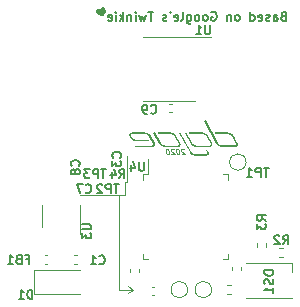
<source format=gbo>
%TF.GenerationSoftware,KiCad,Pcbnew,(5.1.7)-1*%
%TF.CreationDate,2020-11-06T21:26:38+01:00*%
%TF.ProjectId,twonkie,74776f6e-6b69-4652-9e6b-696361645f70,rev?*%
%TF.SameCoordinates,PX448d510PY20b3950*%
%TF.FileFunction,Legend,Bot*%
%TF.FilePolarity,Positive*%
%FSLAX46Y46*%
G04 Gerber Fmt 4.6, Leading zero omitted, Abs format (unit mm)*
G04 Created by KiCad (PCBNEW (5.1.7)-1) date 2020-11-06 21:26:38*
%MOMM*%
%LPD*%
G01*
G04 APERTURE LIST*
%ADD10C,0.114300*%
%ADD11C,0.127000*%
%ADD12C,0.120000*%
%ADD13C,0.100000*%
G04 APERTURE END LIST*
D10*
X15767492Y-12366171D02*
X15742999Y-12344400D01*
X15696735Y-12322628D01*
X15587877Y-12322628D01*
X15547056Y-12344400D01*
X15528006Y-12366171D01*
X15511677Y-12409714D01*
X15517120Y-12453257D01*
X15547056Y-12518571D01*
X15840970Y-12779828D01*
X15557942Y-12779828D01*
X15217763Y-12322628D02*
X15174220Y-12322628D01*
X15133399Y-12344400D01*
X15114349Y-12366171D01*
X15098020Y-12409714D01*
X15087135Y-12496800D01*
X15100742Y-12605657D01*
X15133399Y-12692742D01*
X15160613Y-12736285D01*
X15185106Y-12758057D01*
X15231370Y-12779828D01*
X15274913Y-12779828D01*
X15315735Y-12758057D01*
X15334785Y-12736285D01*
X15351113Y-12692742D01*
X15361999Y-12605657D01*
X15348392Y-12496800D01*
X15315735Y-12409714D01*
X15288520Y-12366171D01*
X15264027Y-12344400D01*
X15217763Y-12322628D01*
X14896635Y-12366171D02*
X14872142Y-12344400D01*
X14825877Y-12322628D01*
X14717020Y-12322628D01*
X14676199Y-12344400D01*
X14657149Y-12366171D01*
X14640820Y-12409714D01*
X14646263Y-12453257D01*
X14676199Y-12518571D01*
X14970113Y-12779828D01*
X14687085Y-12779828D01*
X14346906Y-12322628D02*
X14303363Y-12322628D01*
X14262542Y-12344400D01*
X14243492Y-12366171D01*
X14227163Y-12409714D01*
X14216277Y-12496800D01*
X14229885Y-12605657D01*
X14262542Y-12692742D01*
X14289756Y-12736285D01*
X14314249Y-12758057D01*
X14360513Y-12779828D01*
X14404056Y-12779828D01*
X14444877Y-12758057D01*
X14463927Y-12736285D01*
X14480256Y-12692742D01*
X14491142Y-12605657D01*
X14477535Y-12496800D01*
X14444877Y-12409714D01*
X14417663Y-12366171D01*
X14393170Y-12344400D01*
X14346906Y-12322628D01*
D11*
X24184428Y-1088571D02*
X24075571Y-1124857D01*
X24039285Y-1161142D01*
X24003000Y-1233714D01*
X24003000Y-1342571D01*
X24039285Y-1415142D01*
X24075571Y-1451428D01*
X24148142Y-1487714D01*
X24438428Y-1487714D01*
X24438428Y-725714D01*
X24184428Y-725714D01*
X24111857Y-762000D01*
X24075571Y-798285D01*
X24039285Y-870857D01*
X24039285Y-943428D01*
X24075571Y-1016000D01*
X24111857Y-1052285D01*
X24184428Y-1088571D01*
X24438428Y-1088571D01*
X23349857Y-1487714D02*
X23349857Y-1088571D01*
X23386142Y-1016000D01*
X23458714Y-979714D01*
X23603857Y-979714D01*
X23676428Y-1016000D01*
X23349857Y-1451428D02*
X23422428Y-1487714D01*
X23603857Y-1487714D01*
X23676428Y-1451428D01*
X23712714Y-1378857D01*
X23712714Y-1306285D01*
X23676428Y-1233714D01*
X23603857Y-1197428D01*
X23422428Y-1197428D01*
X23349857Y-1161142D01*
X23023285Y-1451428D02*
X22950714Y-1487714D01*
X22805571Y-1487714D01*
X22733000Y-1451428D01*
X22696714Y-1378857D01*
X22696714Y-1342571D01*
X22733000Y-1270000D01*
X22805571Y-1233714D01*
X22914428Y-1233714D01*
X22987000Y-1197428D01*
X23023285Y-1124857D01*
X23023285Y-1088571D01*
X22987000Y-1016000D01*
X22914428Y-979714D01*
X22805571Y-979714D01*
X22733000Y-1016000D01*
X22079857Y-1451428D02*
X22152428Y-1487714D01*
X22297571Y-1487714D01*
X22370142Y-1451428D01*
X22406428Y-1378857D01*
X22406428Y-1088571D01*
X22370142Y-1016000D01*
X22297571Y-979714D01*
X22152428Y-979714D01*
X22079857Y-1016000D01*
X22043571Y-1088571D01*
X22043571Y-1161142D01*
X22406428Y-1233714D01*
X21390428Y-1487714D02*
X21390428Y-725714D01*
X21390428Y-1451428D02*
X21463000Y-1487714D01*
X21608142Y-1487714D01*
X21680714Y-1451428D01*
X21717000Y-1415142D01*
X21753285Y-1342571D01*
X21753285Y-1124857D01*
X21717000Y-1052285D01*
X21680714Y-1016000D01*
X21608142Y-979714D01*
X21463000Y-979714D01*
X21390428Y-1016000D01*
X20338142Y-1487714D02*
X20410714Y-1451428D01*
X20447000Y-1415142D01*
X20483285Y-1342571D01*
X20483285Y-1124857D01*
X20447000Y-1052285D01*
X20410714Y-1016000D01*
X20338142Y-979714D01*
X20229285Y-979714D01*
X20156714Y-1016000D01*
X20120428Y-1052285D01*
X20084142Y-1124857D01*
X20084142Y-1342571D01*
X20120428Y-1415142D01*
X20156714Y-1451428D01*
X20229285Y-1487714D01*
X20338142Y-1487714D01*
X19757571Y-979714D02*
X19757571Y-1487714D01*
X19757571Y-1052285D02*
X19721285Y-1016000D01*
X19648714Y-979714D01*
X19539857Y-979714D01*
X19467285Y-1016000D01*
X19431000Y-1088571D01*
X19431000Y-1487714D01*
X18088428Y-762000D02*
X18161000Y-725714D01*
X18269857Y-725714D01*
X18378714Y-762000D01*
X18451285Y-834571D01*
X18487571Y-907142D01*
X18523857Y-1052285D01*
X18523857Y-1161142D01*
X18487571Y-1306285D01*
X18451285Y-1378857D01*
X18378714Y-1451428D01*
X18269857Y-1487714D01*
X18197285Y-1487714D01*
X18088428Y-1451428D01*
X18052142Y-1415142D01*
X18052142Y-1161142D01*
X18197285Y-1161142D01*
X17616714Y-1487714D02*
X17689285Y-1451428D01*
X17725571Y-1415142D01*
X17761857Y-1342571D01*
X17761857Y-1124857D01*
X17725571Y-1052285D01*
X17689285Y-1016000D01*
X17616714Y-979714D01*
X17507857Y-979714D01*
X17435285Y-1016000D01*
X17399000Y-1052285D01*
X17362714Y-1124857D01*
X17362714Y-1342571D01*
X17399000Y-1415142D01*
X17435285Y-1451428D01*
X17507857Y-1487714D01*
X17616714Y-1487714D01*
X16927285Y-1487714D02*
X16999857Y-1451428D01*
X17036142Y-1415142D01*
X17072428Y-1342571D01*
X17072428Y-1124857D01*
X17036142Y-1052285D01*
X16999857Y-1016000D01*
X16927285Y-979714D01*
X16818428Y-979714D01*
X16745857Y-1016000D01*
X16709571Y-1052285D01*
X16673285Y-1124857D01*
X16673285Y-1342571D01*
X16709571Y-1415142D01*
X16745857Y-1451428D01*
X16818428Y-1487714D01*
X16927285Y-1487714D01*
X16020142Y-979714D02*
X16020142Y-1596571D01*
X16056428Y-1669142D01*
X16092714Y-1705428D01*
X16165285Y-1741714D01*
X16274142Y-1741714D01*
X16346714Y-1705428D01*
X16020142Y-1451428D02*
X16092714Y-1487714D01*
X16237857Y-1487714D01*
X16310428Y-1451428D01*
X16346714Y-1415142D01*
X16383000Y-1342571D01*
X16383000Y-1124857D01*
X16346714Y-1052285D01*
X16310428Y-1016000D01*
X16237857Y-979714D01*
X16092714Y-979714D01*
X16020142Y-1016000D01*
X15548428Y-1487714D02*
X15621000Y-1451428D01*
X15657285Y-1378857D01*
X15657285Y-725714D01*
X14967857Y-1451428D02*
X15040428Y-1487714D01*
X15185571Y-1487714D01*
X15258142Y-1451428D01*
X15294428Y-1378857D01*
X15294428Y-1088571D01*
X15258142Y-1016000D01*
X15185571Y-979714D01*
X15040428Y-979714D01*
X14967857Y-1016000D01*
X14931571Y-1088571D01*
X14931571Y-1161142D01*
X15294428Y-1233714D01*
X14568714Y-725714D02*
X14641285Y-870857D01*
X14278428Y-1451428D02*
X14205857Y-1487714D01*
X14060714Y-1487714D01*
X13988142Y-1451428D01*
X13951857Y-1378857D01*
X13951857Y-1342571D01*
X13988142Y-1270000D01*
X14060714Y-1233714D01*
X14169571Y-1233714D01*
X14242142Y-1197428D01*
X14278428Y-1124857D01*
X14278428Y-1088571D01*
X14242142Y-1016000D01*
X14169571Y-979714D01*
X14060714Y-979714D01*
X13988142Y-1016000D01*
X13153571Y-725714D02*
X12718142Y-725714D01*
X12935857Y-1487714D02*
X12935857Y-725714D01*
X12536714Y-979714D02*
X12391571Y-1487714D01*
X12246428Y-1124857D01*
X12101285Y-1487714D01*
X11956142Y-979714D01*
X11665857Y-1487714D02*
X11665857Y-979714D01*
X11665857Y-725714D02*
X11702142Y-762000D01*
X11665857Y-798285D01*
X11629571Y-762000D01*
X11665857Y-725714D01*
X11665857Y-798285D01*
X11303000Y-979714D02*
X11303000Y-1487714D01*
X11303000Y-1052285D02*
X11266714Y-1016000D01*
X11194142Y-979714D01*
X11085285Y-979714D01*
X11012714Y-1016000D01*
X10976428Y-1088571D01*
X10976428Y-1487714D01*
X10613571Y-1487714D02*
X10613571Y-725714D01*
X10541000Y-1197428D02*
X10323285Y-1487714D01*
X10323285Y-979714D02*
X10613571Y-1270000D01*
X9996714Y-1487714D02*
X9996714Y-979714D01*
X9996714Y-725714D02*
X10033000Y-762000D01*
X9996714Y-798285D01*
X9960428Y-762000D01*
X9996714Y-725714D01*
X9996714Y-798285D01*
X9343571Y-1451428D02*
X9416142Y-1487714D01*
X9561285Y-1487714D01*
X9633857Y-1451428D01*
X9670142Y-1378857D01*
X9670142Y-1088571D01*
X9633857Y-1016000D01*
X9561285Y-979714D01*
X9416142Y-979714D01*
X9343571Y-1016000D01*
X9307285Y-1088571D01*
X9307285Y-1161142D01*
X9670142Y-1233714D01*
D12*
X10922000Y-15113000D02*
X10922000Y-12954000D01*
X10795000Y-15113000D02*
X10922000Y-15113000D01*
X10795000Y-16256000D02*
X10795000Y-15113000D01*
X10287000Y-16256000D02*
X10795000Y-16256000D01*
X6921500Y-16256000D02*
X10287000Y-16256000D01*
X11430000Y-24257000D02*
X10985500Y-24574500D01*
X11430000Y-24257000D02*
X10985500Y-23939500D01*
X10287000Y-24257000D02*
X11430000Y-24257000D01*
X10287000Y-16256000D02*
X10287000Y-24257000D01*
D13*
%TO.C,*%
G36*
X8818155Y-1108656D02*
G01*
X8766348Y-1080408D01*
X8699367Y-1050247D01*
X8603665Y-1011073D01*
X8548567Y-986814D01*
X8501796Y-963254D01*
X8436208Y-921916D01*
X8385865Y-873780D01*
X8349018Y-816739D01*
X8323920Y-748682D01*
X8312529Y-692621D01*
X8315233Y-648732D01*
X8340760Y-574384D01*
X8386795Y-515733D01*
X8422955Y-487713D01*
X8477570Y-467027D01*
X8535291Y-456942D01*
X8580024Y-464472D01*
X8646299Y-494829D01*
X8692150Y-539422D01*
X8702471Y-557804D01*
X8707603Y-527305D01*
X8727057Y-468196D01*
X8761323Y-420741D01*
X8806876Y-385845D01*
X8860195Y-364414D01*
X8917754Y-357352D01*
X8976033Y-365564D01*
X9031507Y-389957D01*
X9080654Y-431437D01*
X9115103Y-490848D01*
X9138217Y-568976D01*
X9143352Y-643371D01*
X9134742Y-693381D01*
X9117388Y-743573D01*
X9089753Y-796912D01*
X9050297Y-856366D01*
X8997484Y-924903D01*
X8948866Y-989769D01*
X8905624Y-1054613D01*
X8874106Y-1106956D01*
X8860665Y-1134320D01*
X8854121Y-1138224D01*
X8818155Y-1108656D01*
G37*
%TO.C,dojoe-logo*%
G36*
X20025513Y-12188125D02*
G01*
X20050054Y-12187343D01*
X20073983Y-12185034D01*
X20097226Y-12181257D01*
X20119708Y-12176068D01*
X20141357Y-12169525D01*
X20162098Y-12161685D01*
X20181859Y-12152606D01*
X20200564Y-12142344D01*
X20218142Y-12130958D01*
X20234518Y-12118504D01*
X20249618Y-12105041D01*
X20263369Y-12090624D01*
X20275698Y-12075312D01*
X20286530Y-12059162D01*
X20295793Y-12042232D01*
X20303412Y-12024578D01*
X20309313Y-12006258D01*
X20313424Y-11987330D01*
X20315671Y-11967850D01*
X20315980Y-11947877D01*
X20314277Y-11927467D01*
X20310489Y-11906677D01*
X20304542Y-11885566D01*
X20296363Y-11864191D01*
X20285878Y-11842608D01*
X19954626Y-11224688D01*
X19944153Y-11206803D01*
X19932056Y-11189129D01*
X19918433Y-11171710D01*
X19903380Y-11154591D01*
X19886995Y-11137815D01*
X19869375Y-11121428D01*
X19850616Y-11105472D01*
X19830816Y-11089992D01*
X19810073Y-11075032D01*
X19788482Y-11060637D01*
X19766141Y-11046851D01*
X19743147Y-11033717D01*
X19719598Y-11021280D01*
X19695590Y-11009585D01*
X19671220Y-10998674D01*
X19646586Y-10988594D01*
X19621785Y-10979386D01*
X19596913Y-10971097D01*
X19572067Y-10963769D01*
X19547346Y-10957448D01*
X19522845Y-10952177D01*
X19498663Y-10948000D01*
X19474895Y-10944962D01*
X19451640Y-10943107D01*
X19428994Y-10942479D01*
X18359004Y-10942479D01*
X18359004Y-11076227D01*
X19428994Y-11076227D01*
X19452703Y-11077160D01*
X19477244Y-11079882D01*
X19502427Y-11084277D01*
X19528060Y-11090230D01*
X19553952Y-11097626D01*
X19579914Y-11106349D01*
X19605754Y-11116284D01*
X19631282Y-11127315D01*
X19656306Y-11139327D01*
X19680637Y-11152204D01*
X19704083Y-11165832D01*
X19726454Y-11180094D01*
X19747560Y-11194874D01*
X19767208Y-11210059D01*
X19785209Y-11225532D01*
X19801372Y-11241177D01*
X19815507Y-11256880D01*
X19827422Y-11272525D01*
X19836927Y-11287996D01*
X20168179Y-11905915D01*
X20175750Y-11923446D01*
X20179748Y-11941061D01*
X20180182Y-11958454D01*
X20177063Y-11975316D01*
X20170403Y-11991343D01*
X20160212Y-12006227D01*
X20146500Y-12019663D01*
X20129278Y-12031342D01*
X20108558Y-12040960D01*
X20084350Y-12048210D01*
X20056664Y-12052784D01*
X20025513Y-12054377D01*
X19022397Y-12054377D01*
X18998620Y-12053444D01*
X18974019Y-12050722D01*
X18948784Y-12046327D01*
X18923104Y-12040373D01*
X18897170Y-12032978D01*
X18871173Y-12024254D01*
X18845302Y-12014320D01*
X18819749Y-12003288D01*
X18794703Y-11991276D01*
X18770354Y-11978399D01*
X18746894Y-11964772D01*
X18724512Y-11950510D01*
X18703398Y-11935729D01*
X18683744Y-11920545D01*
X18665739Y-11905072D01*
X18649573Y-11889426D01*
X18635438Y-11873724D01*
X18623522Y-11858079D01*
X18614018Y-11842608D01*
X17588165Y-9930000D01*
X17470466Y-9993310D01*
X18496319Y-11905918D01*
X18506793Y-11923803D01*
X18518890Y-11941477D01*
X18532515Y-11958896D01*
X18547569Y-11976015D01*
X18563956Y-11992791D01*
X18581580Y-12009179D01*
X18600342Y-12025135D01*
X18620147Y-12040614D01*
X18640897Y-12055574D01*
X18662495Y-12069969D01*
X18684845Y-12083756D01*
X18707850Y-12096889D01*
X18731413Y-12109326D01*
X18755436Y-12121022D01*
X18779823Y-12131932D01*
X18804478Y-12142013D01*
X18829302Y-12151220D01*
X18854200Y-12159510D01*
X18879074Y-12166837D01*
X18903828Y-12173159D01*
X18928364Y-12178430D01*
X18952586Y-12182607D01*
X18976396Y-12185645D01*
X18999699Y-12187500D01*
X19022397Y-12188128D01*
X20025513Y-12188125D01*
G37*
G36*
X13019306Y-12196611D02*
G01*
X13046004Y-12195701D01*
X13072044Y-12192998D01*
X13097317Y-12188544D01*
X13121719Y-12182383D01*
X13145142Y-12174555D01*
X13167480Y-12165104D01*
X13188627Y-12154070D01*
X13208475Y-12141497D01*
X13226918Y-12127427D01*
X13243850Y-12111901D01*
X13259163Y-12094962D01*
X13273136Y-12075926D01*
X13284862Y-12055872D01*
X13294283Y-12034930D01*
X13301340Y-12013231D01*
X13305976Y-11990904D01*
X13308131Y-11968081D01*
X13307748Y-11944893D01*
X13304768Y-11921469D01*
X13299133Y-11897941D01*
X13290784Y-11874439D01*
X13279663Y-11851093D01*
X12948412Y-11233174D01*
X12937944Y-11215287D01*
X12925858Y-11197607D01*
X12912253Y-11180179D01*
X12897223Y-11163047D01*
X12880864Y-11146255D01*
X12863273Y-11129849D01*
X12844544Y-11113873D01*
X12824775Y-11098371D01*
X12804060Y-11083387D01*
X12782497Y-11068967D01*
X12760180Y-11055154D01*
X12737205Y-11041994D01*
X12713669Y-11029530D01*
X12689667Y-11017808D01*
X12665296Y-11006872D01*
X12640650Y-10996766D01*
X12615827Y-10987534D01*
X12590921Y-10979222D01*
X12566029Y-10971874D01*
X12541246Y-10965535D01*
X12516669Y-10960248D01*
X12492394Y-10956058D01*
X12468515Y-10953011D01*
X12445130Y-10951149D01*
X12422333Y-10950519D01*
X11419218Y-10950519D01*
X11392518Y-10951430D01*
X11366478Y-10954135D01*
X11341203Y-10958595D01*
X11316802Y-10964768D01*
X11293379Y-10972616D01*
X11271041Y-10982098D01*
X11249896Y-10993174D01*
X11230049Y-11005804D01*
X11211606Y-11019947D01*
X11194675Y-11035563D01*
X11179361Y-11052613D01*
X11165389Y-11071537D01*
X11153663Y-11091502D01*
X11144242Y-11112378D01*
X11137185Y-11134033D01*
X11132549Y-11156338D01*
X11130394Y-11179161D01*
X11130777Y-11202372D01*
X11133757Y-11225840D01*
X11139392Y-11249435D01*
X11147741Y-11273026D01*
X11158861Y-11296482D01*
X11224841Y-11419977D01*
X11235362Y-11437862D01*
X11247495Y-11455536D01*
X11261144Y-11472954D01*
X11276212Y-11490074D01*
X11292606Y-11506849D01*
X11310227Y-11523237D01*
X11328981Y-11539193D01*
X11348772Y-11554673D01*
X11369504Y-11569633D01*
X11391080Y-11584028D01*
X11413406Y-11597814D01*
X11436384Y-11610948D01*
X11459920Y-11623385D01*
X11483917Y-11635080D01*
X11508280Y-11645991D01*
X11532913Y-11656072D01*
X11557719Y-11665279D01*
X11582603Y-11673569D01*
X11607469Y-11680896D01*
X11632222Y-11687218D01*
X11656764Y-11692489D01*
X11681001Y-11696666D01*
X11704837Y-11699704D01*
X11728175Y-11701559D01*
X11750919Y-11702187D01*
X12820909Y-11702187D01*
X12820909Y-11568438D01*
X11750919Y-11568438D01*
X11727147Y-11567509D01*
X11702556Y-11564796D01*
X11677336Y-11560416D01*
X11651678Y-11554481D01*
X11625769Y-11547107D01*
X11599801Y-11538407D01*
X11573962Y-11528495D01*
X11548442Y-11517487D01*
X11523431Y-11505496D01*
X11499118Y-11492636D01*
X11475692Y-11479022D01*
X11453344Y-11464768D01*
X11432262Y-11449988D01*
X11412637Y-11434797D01*
X11394657Y-11419309D01*
X11378512Y-11403638D01*
X11364393Y-11387898D01*
X11352488Y-11372203D01*
X11342986Y-11356669D01*
X11276556Y-11233174D01*
X11267361Y-11210880D01*
X11263990Y-11190063D01*
X11265846Y-11170808D01*
X11272333Y-11153200D01*
X11282856Y-11137324D01*
X11296152Y-11123640D01*
X11313274Y-11111083D01*
X11334184Y-11100260D01*
X11358847Y-11091778D01*
X11387224Y-11086244D01*
X11419279Y-11084264D01*
X12422395Y-11084264D01*
X12446168Y-11085197D01*
X12470760Y-11087919D01*
X12495980Y-11092316D01*
X12521642Y-11098272D01*
X12547554Y-11105671D01*
X12573528Y-11114400D01*
X12599375Y-11124343D01*
X12624906Y-11135385D01*
X12649932Y-11147411D01*
X12674263Y-11160306D01*
X12697710Y-11173955D01*
X12720084Y-11188243D01*
X12741197Y-11203054D01*
X12760858Y-11218274D01*
X12778878Y-11233788D01*
X12795070Y-11249480D01*
X12809243Y-11265236D01*
X12821207Y-11280940D01*
X12830775Y-11296478D01*
X13162025Y-11914398D01*
X13171220Y-11936477D01*
X13174589Y-11957188D01*
X13172732Y-11976444D01*
X13166245Y-11994160D01*
X13155725Y-12010248D01*
X13142433Y-12023742D01*
X13125313Y-12036172D01*
X13104401Y-12046918D01*
X13079737Y-12055361D01*
X13051358Y-12060880D01*
X13019301Y-12062858D01*
X11614939Y-12062858D01*
X11614939Y-12196607D01*
X13019306Y-12196611D01*
G37*
G36*
X15192724Y-12196611D02*
G01*
X15219422Y-12195701D01*
X15245461Y-12192998D01*
X15270735Y-12188544D01*
X15295137Y-12182383D01*
X15318560Y-12174555D01*
X15340898Y-12165104D01*
X15362044Y-12154070D01*
X15381892Y-12141497D01*
X15400335Y-12127427D01*
X15417267Y-12111901D01*
X15432580Y-12094962D01*
X15446553Y-12075926D01*
X15458279Y-12055872D01*
X15467700Y-12034930D01*
X15474758Y-12013231D01*
X15479394Y-11990904D01*
X15481550Y-11968081D01*
X15481168Y-11944893D01*
X15478189Y-11921469D01*
X15472556Y-11897941D01*
X15464209Y-11874439D01*
X15453090Y-11851093D01*
X15121839Y-11233174D01*
X15111369Y-11215287D01*
X15099283Y-11197607D01*
X15085677Y-11180179D01*
X15070646Y-11163047D01*
X15054287Y-11146255D01*
X15036695Y-11129849D01*
X15017967Y-11113873D01*
X14998197Y-11098371D01*
X14977483Y-11083387D01*
X14955919Y-11068967D01*
X14933602Y-11055154D01*
X14910628Y-11041994D01*
X14887092Y-11029530D01*
X14863091Y-11017808D01*
X14838719Y-11006872D01*
X14814074Y-10996766D01*
X14789251Y-10987534D01*
X14764346Y-10979222D01*
X14739454Y-10971874D01*
X14714672Y-10965535D01*
X14690095Y-10960248D01*
X14665820Y-10956058D01*
X14641942Y-10953011D01*
X14618557Y-10951149D01*
X14595760Y-10950519D01*
X13525767Y-10950519D01*
X13525767Y-11084267D01*
X14595757Y-11084267D01*
X14619530Y-11085200D01*
X14644122Y-11087922D01*
X14669342Y-11092319D01*
X14695004Y-11098275D01*
X14720916Y-11105674D01*
X14746890Y-11114403D01*
X14772737Y-11124347D01*
X14798268Y-11135389D01*
X14823294Y-11147415D01*
X14847625Y-11160310D01*
X14871072Y-11173958D01*
X14893446Y-11188246D01*
X14914558Y-11203057D01*
X14934219Y-11218277D01*
X14952240Y-11233791D01*
X14968431Y-11249484D01*
X14982604Y-11265240D01*
X14994569Y-11280944D01*
X15004136Y-11296482D01*
X15335388Y-11914402D01*
X15344579Y-11936481D01*
X15347948Y-11957192D01*
X15346092Y-11976448D01*
X15339607Y-11994164D01*
X15329088Y-12010252D01*
X15315796Y-12023746D01*
X15298676Y-12036176D01*
X15277764Y-12046922D01*
X15253100Y-12055365D01*
X15224721Y-12060884D01*
X15192665Y-12062862D01*
X14189549Y-12062862D01*
X14165777Y-12061933D01*
X14141185Y-12059220D01*
X14115964Y-12054840D01*
X14090303Y-12048905D01*
X14064391Y-12041531D01*
X14038416Y-12032831D01*
X14012569Y-12022919D01*
X13987038Y-12011911D01*
X13962013Y-11999919D01*
X13937682Y-11987060D01*
X13914235Y-11973446D01*
X13891861Y-11959192D01*
X13870748Y-11944412D01*
X13851087Y-11929221D01*
X13833066Y-11913732D01*
X13816875Y-11898061D01*
X13802702Y-11882321D01*
X13790738Y-11866627D01*
X13781169Y-11851093D01*
X13285853Y-10926889D01*
X13167708Y-10990199D01*
X13663470Y-11914404D01*
X13673943Y-11932289D01*
X13686034Y-11949963D01*
X13699650Y-11967381D01*
X13714692Y-11984501D01*
X13731066Y-12001276D01*
X13748673Y-12017664D01*
X13767419Y-12033620D01*
X13787206Y-12049100D01*
X13807938Y-12064059D01*
X13829519Y-12078454D01*
X13851853Y-12092241D01*
X13874842Y-12105374D01*
X13898391Y-12117811D01*
X13922404Y-12129507D01*
X13946783Y-12140417D01*
X13971433Y-12150498D01*
X13996256Y-12159705D01*
X14021158Y-12167995D01*
X14046041Y-12175322D01*
X14070809Y-12181644D01*
X14095365Y-12186915D01*
X14119614Y-12191092D01*
X14143459Y-12194130D01*
X14166803Y-12195985D01*
X14189549Y-12196613D01*
X15192724Y-12196611D01*
G37*
G36*
X17867700Y-12196611D02*
G01*
X17894397Y-12195701D01*
X17920436Y-12192998D01*
X17945710Y-12188544D01*
X17970112Y-12182383D01*
X17993535Y-12174555D01*
X18015873Y-12165104D01*
X18037019Y-12154070D01*
X18056867Y-12141497D01*
X18075310Y-12127427D01*
X18092242Y-12111901D01*
X18107556Y-12094962D01*
X18121530Y-12075926D01*
X18133258Y-12055872D01*
X18142679Y-12034930D01*
X18149737Y-12013231D01*
X18154373Y-11990904D01*
X18156528Y-11968081D01*
X18156145Y-11944893D01*
X18153166Y-11921469D01*
X18147532Y-11897941D01*
X18139184Y-11874439D01*
X18128066Y-11851093D01*
X17796814Y-11233174D01*
X17786345Y-11215287D01*
X17774259Y-11197607D01*
X17760654Y-11180179D01*
X17745624Y-11163047D01*
X17729265Y-11146255D01*
X17711674Y-11129849D01*
X17692945Y-11113873D01*
X17673176Y-11098371D01*
X17652461Y-11083387D01*
X17630898Y-11068967D01*
X17608581Y-11055154D01*
X17585606Y-11041994D01*
X17562070Y-11029530D01*
X17538069Y-11017808D01*
X17513697Y-11006872D01*
X17489051Y-10996766D01*
X17464228Y-10987534D01*
X17439322Y-10979222D01*
X17414430Y-10971874D01*
X17389648Y-10965535D01*
X17365071Y-10960248D01*
X17340795Y-10956058D01*
X17316917Y-10953011D01*
X17293532Y-10951149D01*
X17270736Y-10950519D01*
X16200746Y-10950519D01*
X16200746Y-11084267D01*
X17270736Y-11084267D01*
X17294508Y-11085200D01*
X17319100Y-11087922D01*
X17344320Y-11092319D01*
X17369982Y-11098275D01*
X17395894Y-11105674D01*
X17421868Y-11114403D01*
X17447715Y-11124347D01*
X17473246Y-11135389D01*
X17498272Y-11147415D01*
X17522603Y-11160310D01*
X17546050Y-11173958D01*
X17568424Y-11188246D01*
X17589536Y-11203057D01*
X17609197Y-11218277D01*
X17627218Y-11233791D01*
X17643409Y-11249484D01*
X17657582Y-11265240D01*
X17669547Y-11280944D01*
X17679115Y-11296482D01*
X18010367Y-11914402D01*
X18019561Y-11936481D01*
X18022931Y-11957192D01*
X18021073Y-11976448D01*
X18014586Y-11994164D01*
X18004067Y-12010252D01*
X17990771Y-12023746D01*
X17973649Y-12036176D01*
X17952739Y-12046922D01*
X17928076Y-12055365D01*
X17899698Y-12060884D01*
X17867643Y-12062862D01*
X16864527Y-12062862D01*
X16840754Y-12061933D01*
X16816162Y-12059220D01*
X16790942Y-12054840D01*
X16765280Y-12048905D01*
X16739368Y-12041531D01*
X16713394Y-12032831D01*
X16687547Y-12022919D01*
X16662016Y-12011911D01*
X16636990Y-11999919D01*
X16612659Y-11987060D01*
X16589212Y-11973446D01*
X16566838Y-11959192D01*
X16545726Y-11944412D01*
X16526065Y-11929221D01*
X16508044Y-11913732D01*
X16491853Y-11898061D01*
X16477680Y-11882321D01*
X16465715Y-11866627D01*
X16456148Y-11851093D01*
X15960831Y-10926889D01*
X15842687Y-10990199D01*
X16338449Y-11914404D01*
X16348921Y-11932289D01*
X16361012Y-11949963D01*
X16374628Y-11967381D01*
X16389670Y-11984501D01*
X16406044Y-12001276D01*
X16423651Y-12017664D01*
X16442397Y-12033620D01*
X16462184Y-12049100D01*
X16482916Y-12064059D01*
X16504497Y-12078454D01*
X16526830Y-12092241D01*
X16549820Y-12105374D01*
X16573369Y-12117811D01*
X16597381Y-12129507D01*
X16621761Y-12140417D01*
X16646410Y-12150498D01*
X16671234Y-12159705D01*
X16696136Y-12167995D01*
X16721019Y-12175322D01*
X16745786Y-12181644D01*
X16770343Y-12186915D01*
X16794591Y-12191092D01*
X16818436Y-12194130D01*
X16841780Y-12195985D01*
X16864527Y-12196613D01*
X17867700Y-12196611D01*
G37*
G36*
X17592178Y-12930000D02*
G01*
X17616719Y-12929216D01*
X17640648Y-12926901D01*
X17663891Y-12923114D01*
X17686373Y-12917912D01*
X17708021Y-12911354D01*
X17728763Y-12903495D01*
X17748523Y-12894395D01*
X17767228Y-12884111D01*
X17784806Y-12872701D01*
X17801182Y-12860222D01*
X17816282Y-12846732D01*
X17830033Y-12832289D01*
X17842362Y-12816951D01*
X17853194Y-12800774D01*
X17862456Y-12783818D01*
X17870075Y-12766139D01*
X17875977Y-12747795D01*
X17880088Y-12728844D01*
X17882335Y-12709344D01*
X17882644Y-12689352D01*
X17880941Y-12668926D01*
X17877153Y-12648124D01*
X17871206Y-12627003D01*
X17863027Y-12605622D01*
X17852542Y-12584037D01*
X17850342Y-12580437D01*
X17737547Y-12399876D01*
X17624306Y-12471206D01*
X17735318Y-12648201D01*
X17744718Y-12673611D01*
X17746394Y-12692103D01*
X17744010Y-12710158D01*
X17737679Y-12727422D01*
X17727512Y-12743539D01*
X17713621Y-12758152D01*
X17696119Y-12770906D01*
X17675118Y-12781445D01*
X17650731Y-12789413D01*
X17623069Y-12794455D01*
X17592245Y-12796215D01*
X16756315Y-12796215D01*
X16732542Y-12795282D01*
X16707950Y-12792560D01*
X16682729Y-12788163D01*
X16657068Y-12782207D01*
X16631156Y-12774808D01*
X16605181Y-12766079D01*
X16579334Y-12756135D01*
X16553803Y-12745093D01*
X16528778Y-12733067D01*
X16504447Y-12720172D01*
X16481000Y-12706524D01*
X16458626Y-12692236D01*
X16437513Y-12677425D01*
X16417852Y-12662205D01*
X16399831Y-12646691D01*
X16383640Y-12630998D01*
X16369467Y-12615242D01*
X16357503Y-12599538D01*
X16347935Y-12584000D01*
X15454938Y-10918828D01*
X15337240Y-10982138D01*
X16230237Y-12647309D01*
X16240709Y-12665196D01*
X16252800Y-12682876D01*
X16266416Y-12700304D01*
X16281458Y-12717437D01*
X16297832Y-12734228D01*
X16315439Y-12750634D01*
X16334185Y-12766611D01*
X16353972Y-12782113D01*
X16374704Y-12797097D01*
X16396285Y-12811517D01*
X16418618Y-12825330D01*
X16441608Y-12838490D01*
X16465157Y-12850954D01*
X16489169Y-12862676D01*
X16513549Y-12873612D01*
X16538198Y-12883718D01*
X16563022Y-12892950D01*
X16587924Y-12901262D01*
X16612807Y-12908610D01*
X16637574Y-12914949D01*
X16662131Y-12920236D01*
X16686379Y-12924426D01*
X16710224Y-12927473D01*
X16733568Y-12929335D01*
X16756315Y-12929965D01*
X17592178Y-12930000D01*
G37*
D12*
%TO.C,TP1*%
X21020000Y-13462000D02*
G75*
G03*
X21020000Y-13462000I-700000J0D01*
G01*
%TO.C,U4*%
X12715000Y-14487500D02*
X12715000Y-13197500D01*
X12265000Y-14487500D02*
X12715000Y-14487500D01*
X12265000Y-14937500D02*
X12265000Y-14487500D01*
X12265000Y-21707500D02*
X12715000Y-21707500D01*
X12265000Y-21257500D02*
X12265000Y-21707500D01*
X19485000Y-14487500D02*
X19035000Y-14487500D01*
X19485000Y-14937500D02*
X19485000Y-14487500D01*
X19485000Y-21707500D02*
X19035000Y-21707500D01*
X19485000Y-21257500D02*
X19485000Y-21707500D01*
%TO.C,TP2*%
X18099000Y-24257000D02*
G75*
G03*
X18099000Y-24257000I-700000J0D01*
G01*
%TO.C,TP3*%
X16067000Y-24257000D02*
G75*
G03*
X16067000Y-24257000I-700000J0D01*
G01*
%TO.C,C9*%
X14489165Y-8530000D02*
X14720835Y-8530000D01*
X14489165Y-9250000D02*
X14720835Y-9250000D01*
%TO.C,U1*%
X14478000Y-8323000D02*
X12278000Y-8323000D01*
X14478000Y-8323000D02*
X16678000Y-8323000D01*
X14478000Y-2853000D02*
X12278000Y-2853000D01*
X14478000Y-2853000D02*
X18078000Y-2853000D01*
%TO.C,U3*%
X6944000Y-17134000D02*
X6944000Y-19584000D01*
X3724000Y-18934000D02*
X3724000Y-17134000D01*
%TO.C,R4*%
X19725621Y-24637000D02*
X19390379Y-24637000D01*
X19725621Y-23877000D02*
X19390379Y-23877000D01*
%TO.C,R3*%
X21972000Y-20614621D02*
X21972000Y-20279379D01*
X22732000Y-20614621D02*
X22732000Y-20279379D01*
%TO.C,R2*%
X24170621Y-21462000D02*
X23835379Y-21462000D01*
X24170621Y-20702000D02*
X23835379Y-20702000D01*
%TO.C,FB1*%
X4164200Y-22077000D02*
X3963800Y-22077000D01*
X4164200Y-21357000D02*
X3963800Y-21357000D01*
%TO.C,DS1*%
X24937000Y-24995000D02*
X21037000Y-24995000D01*
X24937000Y-21995000D02*
X21037000Y-21995000D01*
X24937000Y-22795000D02*
X24937000Y-21995000D01*
%TO.C,D1*%
X3084000Y-24622000D02*
X6984000Y-24622000D01*
X3084000Y-22622000D02*
X6984000Y-22622000D01*
X3084000Y-24622000D02*
X3084000Y-22622000D01*
%TO.C,C8*%
X11917000Y-22553665D02*
X11917000Y-22785335D01*
X11197000Y-22553665D02*
X11197000Y-22785335D01*
%TO.C,C7*%
X13260335Y-24744000D02*
X13028665Y-24744000D01*
X13260335Y-24024000D02*
X13028665Y-24024000D01*
%TO.C,C3*%
X20553000Y-22363165D02*
X20553000Y-22594835D01*
X19833000Y-22363165D02*
X19833000Y-22594835D01*
%TO.C,C1*%
X6488165Y-21357000D02*
X6719835Y-21357000D01*
X6488165Y-22077000D02*
X6719835Y-22077000D01*
%TO.C,TP1*%
D11*
X22932571Y-13933714D02*
X22497142Y-13933714D01*
X22714857Y-14695714D02*
X22714857Y-13933714D01*
X22243142Y-14695714D02*
X22243142Y-13933714D01*
X21952857Y-13933714D01*
X21880285Y-13970000D01*
X21844000Y-14006285D01*
X21807714Y-14078857D01*
X21807714Y-14187714D01*
X21844000Y-14260285D01*
X21880285Y-14296571D01*
X21952857Y-14332857D01*
X22243142Y-14332857D01*
X21082000Y-14695714D02*
X21517428Y-14695714D01*
X21299714Y-14695714D02*
X21299714Y-13933714D01*
X21372285Y-14042571D01*
X21444857Y-14115142D01*
X21517428Y-14151428D01*
%TO.C,U4*%
X12391571Y-13425714D02*
X12391571Y-14042571D01*
X12355285Y-14115142D01*
X12319000Y-14151428D01*
X12246428Y-14187714D01*
X12101285Y-14187714D01*
X12028714Y-14151428D01*
X11992428Y-14115142D01*
X11956142Y-14042571D01*
X11956142Y-13425714D01*
X11266714Y-13679714D02*
X11266714Y-14187714D01*
X11448142Y-13389428D02*
X11629571Y-13933714D01*
X11157857Y-13933714D01*
%TO.C,TP2*%
X10232571Y-15330714D02*
X9797142Y-15330714D01*
X10014857Y-16092714D02*
X10014857Y-15330714D01*
X9543142Y-16092714D02*
X9543142Y-15330714D01*
X9252857Y-15330714D01*
X9180285Y-15367000D01*
X9144000Y-15403285D01*
X9107714Y-15475857D01*
X9107714Y-15584714D01*
X9144000Y-15657285D01*
X9180285Y-15693571D01*
X9252857Y-15729857D01*
X9543142Y-15729857D01*
X8817428Y-15403285D02*
X8781142Y-15367000D01*
X8708571Y-15330714D01*
X8527142Y-15330714D01*
X8454571Y-15367000D01*
X8418285Y-15403285D01*
X8382000Y-15475857D01*
X8382000Y-15548428D01*
X8418285Y-15657285D01*
X8853714Y-16092714D01*
X8382000Y-16092714D01*
%TO.C,TP3*%
X9153071Y-14060714D02*
X8717642Y-14060714D01*
X8935357Y-14822714D02*
X8935357Y-14060714D01*
X8463642Y-14822714D02*
X8463642Y-14060714D01*
X8173357Y-14060714D01*
X8100785Y-14097000D01*
X8064500Y-14133285D01*
X8028214Y-14205857D01*
X8028214Y-14314714D01*
X8064500Y-14387285D01*
X8100785Y-14423571D01*
X8173357Y-14459857D01*
X8463642Y-14459857D01*
X7774214Y-14060714D02*
X7302500Y-14060714D01*
X7556500Y-14351000D01*
X7447642Y-14351000D01*
X7375071Y-14387285D01*
X7338785Y-14423571D01*
X7302500Y-14496142D01*
X7302500Y-14677571D01*
X7338785Y-14750142D01*
X7375071Y-14786428D01*
X7447642Y-14822714D01*
X7665357Y-14822714D01*
X7737928Y-14786428D01*
X7774214Y-14750142D01*
%TO.C,C9*%
X12954000Y-9289142D02*
X12990285Y-9325428D01*
X13099142Y-9361714D01*
X13171714Y-9361714D01*
X13280571Y-9325428D01*
X13353142Y-9252857D01*
X13389428Y-9180285D01*
X13425714Y-9035142D01*
X13425714Y-8926285D01*
X13389428Y-8781142D01*
X13353142Y-8708571D01*
X13280571Y-8636000D01*
X13171714Y-8599714D01*
X13099142Y-8599714D01*
X12990285Y-8636000D01*
X12954000Y-8672285D01*
X12591142Y-9361714D02*
X12446000Y-9361714D01*
X12373428Y-9325428D01*
X12337142Y-9289142D01*
X12264571Y-9180285D01*
X12228285Y-9035142D01*
X12228285Y-8744857D01*
X12264571Y-8672285D01*
X12300857Y-8636000D01*
X12373428Y-8599714D01*
X12518571Y-8599714D01*
X12591142Y-8636000D01*
X12627428Y-8672285D01*
X12663714Y-8744857D01*
X12663714Y-8926285D01*
X12627428Y-8998857D01*
X12591142Y-9035142D01*
X12518571Y-9071428D01*
X12373428Y-9071428D01*
X12300857Y-9035142D01*
X12264571Y-8998857D01*
X12228285Y-8926285D01*
%TO.C,U1*%
X17979571Y-1868714D02*
X17979571Y-2485571D01*
X17943285Y-2558142D01*
X17907000Y-2594428D01*
X17834428Y-2630714D01*
X17689285Y-2630714D01*
X17616714Y-2594428D01*
X17580428Y-2558142D01*
X17544142Y-2485571D01*
X17544142Y-1868714D01*
X16782142Y-2630714D02*
X17217571Y-2630714D01*
X16999857Y-2630714D02*
X16999857Y-1868714D01*
X17072428Y-1977571D01*
X17145000Y-2050142D01*
X17217571Y-2086428D01*
%TO.C,U3*%
X7139214Y-18723428D02*
X7756071Y-18723428D01*
X7828642Y-18759714D01*
X7864928Y-18796000D01*
X7901214Y-18868571D01*
X7901214Y-19013714D01*
X7864928Y-19086285D01*
X7828642Y-19122571D01*
X7756071Y-19158857D01*
X7139214Y-19158857D01*
X7139214Y-19449142D02*
X7139214Y-19920857D01*
X7429500Y-19666857D01*
X7429500Y-19775714D01*
X7465785Y-19848285D01*
X7502071Y-19884571D01*
X7574642Y-19920857D01*
X7756071Y-19920857D01*
X7828642Y-19884571D01*
X7864928Y-19848285D01*
X7901214Y-19775714D01*
X7901214Y-19558000D01*
X7864928Y-19485428D01*
X7828642Y-19449142D01*
%TO.C,R4*%
X10287000Y-14822714D02*
X10541000Y-14459857D01*
X10722428Y-14822714D02*
X10722428Y-14060714D01*
X10432142Y-14060714D01*
X10359571Y-14097000D01*
X10323285Y-14133285D01*
X10287000Y-14205857D01*
X10287000Y-14314714D01*
X10323285Y-14387285D01*
X10359571Y-14423571D01*
X10432142Y-14459857D01*
X10722428Y-14459857D01*
X9633857Y-14314714D02*
X9633857Y-14822714D01*
X9815285Y-14024428D02*
X9996714Y-14568714D01*
X9525000Y-14568714D01*
%TO.C,R3*%
X22696714Y-18415000D02*
X22333857Y-18161000D01*
X22696714Y-17979571D02*
X21934714Y-17979571D01*
X21934714Y-18269857D01*
X21971000Y-18342428D01*
X22007285Y-18378714D01*
X22079857Y-18415000D01*
X22188714Y-18415000D01*
X22261285Y-18378714D01*
X22297571Y-18342428D01*
X22333857Y-18269857D01*
X22333857Y-17979571D01*
X21934714Y-18669000D02*
X21934714Y-19140714D01*
X22225000Y-18886714D01*
X22225000Y-18995571D01*
X22261285Y-19068142D01*
X22297571Y-19104428D01*
X22370142Y-19140714D01*
X22551571Y-19140714D01*
X22624142Y-19104428D01*
X22660428Y-19068142D01*
X22696714Y-18995571D01*
X22696714Y-18777857D01*
X22660428Y-18705285D01*
X22624142Y-18669000D01*
%TO.C,R2*%
X24130000Y-20410714D02*
X24384000Y-20047857D01*
X24565428Y-20410714D02*
X24565428Y-19648714D01*
X24275142Y-19648714D01*
X24202571Y-19685000D01*
X24166285Y-19721285D01*
X24130000Y-19793857D01*
X24130000Y-19902714D01*
X24166285Y-19975285D01*
X24202571Y-20011571D01*
X24275142Y-20047857D01*
X24565428Y-20047857D01*
X23839714Y-19721285D02*
X23803428Y-19685000D01*
X23730857Y-19648714D01*
X23549428Y-19648714D01*
X23476857Y-19685000D01*
X23440571Y-19721285D01*
X23404285Y-19793857D01*
X23404285Y-19866428D01*
X23440571Y-19975285D01*
X23876000Y-20410714D01*
X23404285Y-20410714D01*
%TO.C,FB1*%
X2413000Y-21662571D02*
X2667000Y-21662571D01*
X2667000Y-22061714D02*
X2667000Y-21299714D01*
X2304142Y-21299714D01*
X1759857Y-21662571D02*
X1651000Y-21698857D01*
X1614714Y-21735142D01*
X1578428Y-21807714D01*
X1578428Y-21916571D01*
X1614714Y-21989142D01*
X1651000Y-22025428D01*
X1723571Y-22061714D01*
X2013857Y-22061714D01*
X2013857Y-21299714D01*
X1759857Y-21299714D01*
X1687285Y-21336000D01*
X1651000Y-21372285D01*
X1614714Y-21444857D01*
X1614714Y-21517428D01*
X1651000Y-21590000D01*
X1687285Y-21626285D01*
X1759857Y-21662571D01*
X2013857Y-21662571D01*
X852714Y-22061714D02*
X1288142Y-22061714D01*
X1070428Y-22061714D02*
X1070428Y-21299714D01*
X1143000Y-21408571D01*
X1215571Y-21481142D01*
X1288142Y-21517428D01*
%TO.C,DS1*%
X23331714Y-22633214D02*
X22569714Y-22633214D01*
X22569714Y-22814642D01*
X22606000Y-22923500D01*
X22678571Y-22996071D01*
X22751142Y-23032357D01*
X22896285Y-23068642D01*
X23005142Y-23068642D01*
X23150285Y-23032357D01*
X23222857Y-22996071D01*
X23295428Y-22923500D01*
X23331714Y-22814642D01*
X23331714Y-22633214D01*
X23295428Y-23358928D02*
X23331714Y-23467785D01*
X23331714Y-23649214D01*
X23295428Y-23721785D01*
X23259142Y-23758071D01*
X23186571Y-23794357D01*
X23114000Y-23794357D01*
X23041428Y-23758071D01*
X23005142Y-23721785D01*
X22968857Y-23649214D01*
X22932571Y-23504071D01*
X22896285Y-23431500D01*
X22860000Y-23395214D01*
X22787428Y-23358928D01*
X22714857Y-23358928D01*
X22642285Y-23395214D01*
X22606000Y-23431500D01*
X22569714Y-23504071D01*
X22569714Y-23685500D01*
X22606000Y-23794357D01*
X23331714Y-24520071D02*
X23331714Y-24084642D01*
X23331714Y-24302357D02*
X22569714Y-24302357D01*
X22678571Y-24229785D01*
X22751142Y-24157214D01*
X22787428Y-24084642D01*
%TO.C,D1*%
X2911928Y-25046214D02*
X2911928Y-24284214D01*
X2730500Y-24284214D01*
X2621642Y-24320500D01*
X2549071Y-24393071D01*
X2512785Y-24465642D01*
X2476500Y-24610785D01*
X2476500Y-24719642D01*
X2512785Y-24864785D01*
X2549071Y-24937357D01*
X2621642Y-25009928D01*
X2730500Y-25046214D01*
X2911928Y-25046214D01*
X1750785Y-25046214D02*
X2186214Y-25046214D01*
X1968500Y-25046214D02*
X1968500Y-24284214D01*
X2041071Y-24393071D01*
X2113642Y-24465642D01*
X2186214Y-24501928D01*
%TO.C,C8*%
X6876142Y-13779500D02*
X6912428Y-13743214D01*
X6948714Y-13634357D01*
X6948714Y-13561785D01*
X6912428Y-13452928D01*
X6839857Y-13380357D01*
X6767285Y-13344071D01*
X6622142Y-13307785D01*
X6513285Y-13307785D01*
X6368142Y-13344071D01*
X6295571Y-13380357D01*
X6223000Y-13452928D01*
X6186714Y-13561785D01*
X6186714Y-13634357D01*
X6223000Y-13743214D01*
X6259285Y-13779500D01*
X6513285Y-14214928D02*
X6477000Y-14142357D01*
X6440714Y-14106071D01*
X6368142Y-14069785D01*
X6331857Y-14069785D01*
X6259285Y-14106071D01*
X6223000Y-14142357D01*
X6186714Y-14214928D01*
X6186714Y-14360071D01*
X6223000Y-14432642D01*
X6259285Y-14468928D01*
X6331857Y-14505214D01*
X6368142Y-14505214D01*
X6440714Y-14468928D01*
X6477000Y-14432642D01*
X6513285Y-14360071D01*
X6513285Y-14214928D01*
X6549571Y-14142357D01*
X6585857Y-14106071D01*
X6658428Y-14069785D01*
X6803571Y-14069785D01*
X6876142Y-14106071D01*
X6912428Y-14142357D01*
X6948714Y-14214928D01*
X6948714Y-14360071D01*
X6912428Y-14432642D01*
X6876142Y-14468928D01*
X6803571Y-14505214D01*
X6658428Y-14505214D01*
X6585857Y-14468928D01*
X6549571Y-14432642D01*
X6513285Y-14360071D01*
%TO.C,C7*%
X7429500Y-16020142D02*
X7465785Y-16056428D01*
X7574642Y-16092714D01*
X7647214Y-16092714D01*
X7756071Y-16056428D01*
X7828642Y-15983857D01*
X7864928Y-15911285D01*
X7901214Y-15766142D01*
X7901214Y-15657285D01*
X7864928Y-15512142D01*
X7828642Y-15439571D01*
X7756071Y-15367000D01*
X7647214Y-15330714D01*
X7574642Y-15330714D01*
X7465785Y-15367000D01*
X7429500Y-15403285D01*
X7175500Y-15330714D02*
X6667500Y-15330714D01*
X6994071Y-16092714D01*
%TO.C,C3*%
X10368642Y-13081000D02*
X10404928Y-13044714D01*
X10441214Y-12935857D01*
X10441214Y-12863285D01*
X10404928Y-12754428D01*
X10332357Y-12681857D01*
X10259785Y-12645571D01*
X10114642Y-12609285D01*
X10005785Y-12609285D01*
X9860642Y-12645571D01*
X9788071Y-12681857D01*
X9715500Y-12754428D01*
X9679214Y-12863285D01*
X9679214Y-12935857D01*
X9715500Y-13044714D01*
X9751785Y-13081000D01*
X9679214Y-13335000D02*
X9679214Y-13806714D01*
X9969500Y-13552714D01*
X9969500Y-13661571D01*
X10005785Y-13734142D01*
X10042071Y-13770428D01*
X10114642Y-13806714D01*
X10296071Y-13806714D01*
X10368642Y-13770428D01*
X10404928Y-13734142D01*
X10441214Y-13661571D01*
X10441214Y-13443857D01*
X10404928Y-13371285D01*
X10368642Y-13335000D01*
%TO.C,C1*%
X8572500Y-22052642D02*
X8608785Y-22088928D01*
X8717642Y-22125214D01*
X8790214Y-22125214D01*
X8899071Y-22088928D01*
X8971642Y-22016357D01*
X9007928Y-21943785D01*
X9044214Y-21798642D01*
X9044214Y-21689785D01*
X9007928Y-21544642D01*
X8971642Y-21472071D01*
X8899071Y-21399500D01*
X8790214Y-21363214D01*
X8717642Y-21363214D01*
X8608785Y-21399500D01*
X8572500Y-21435785D01*
X7846785Y-22125214D02*
X8282214Y-22125214D01*
X8064500Y-22125214D02*
X8064500Y-21363214D01*
X8137071Y-21472071D01*
X8209642Y-21544642D01*
X8282214Y-21580928D01*
%TD*%
M02*

</source>
